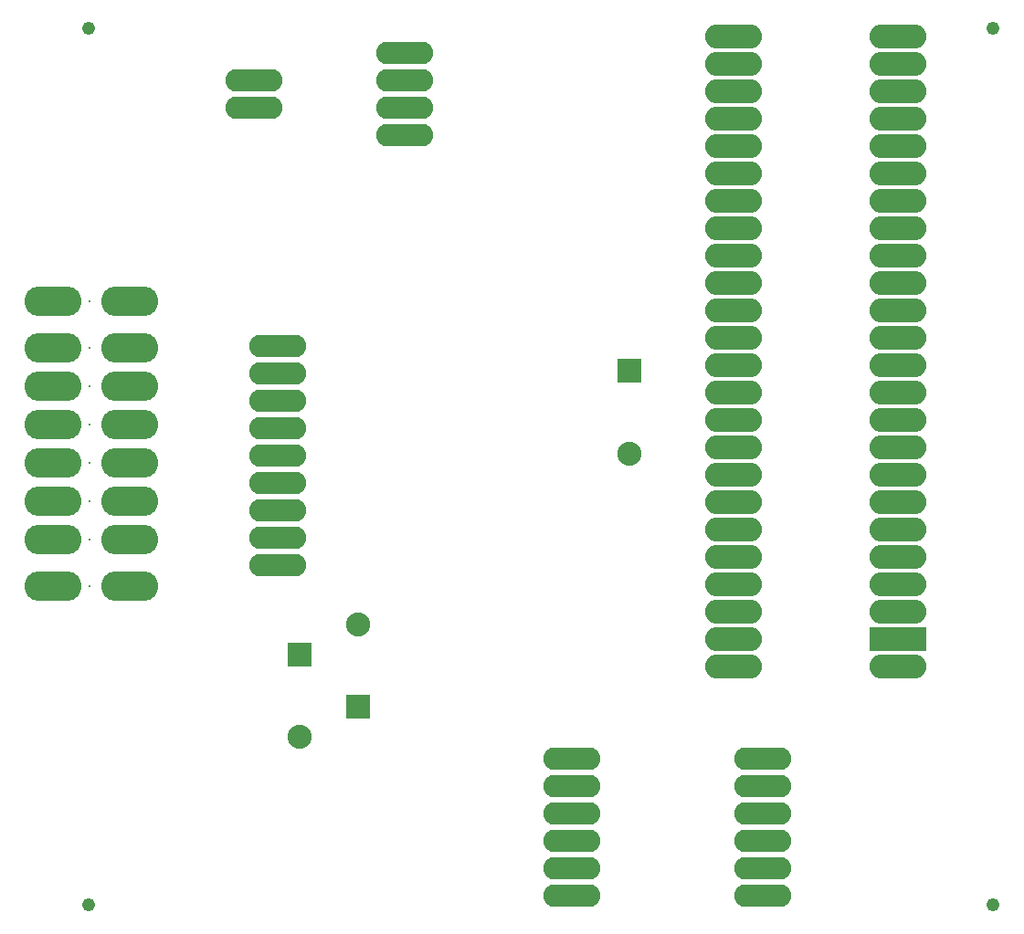
<source format=gbr>
%TF.GenerationSoftware,Altium Limited,Altium Designer,24.4.1 (13)*%
G04 Layer_Color=16711935*
%FSLAX45Y45*%
%MOMM*%
%TF.SameCoordinates,B3E1FF51-322A-4C5C-8053-80DE806A948F*%
%TF.FilePolarity,Negative*%
%TF.FileFunction,Soldermask,Bot*%
%TF.Part,Single*%
G01*
G75*
%TA.AperFunction,ComponentPad*%
%ADD24C,0.20320*%
%TA.AperFunction,ViaPad*%
%ADD26C,1.21920*%
%TA.AperFunction,ComponentPad*%
%ADD29C,2.23520*%
%ADD30R,2.23520X2.23520*%
%ADD31O,5.28320X2.23520*%
%ADD32R,5.28320X2.23520*%
%ADD33O,5.28320X2.10820*%
%ADD34O,5.28320X2.74320*%
%ADD35O,5.28320X2.10820*%
D24*
X3314700Y6261100D02*
D03*
Y6692900D02*
D03*
Y7048500D02*
D03*
Y7404100D02*
D03*
Y7759700D02*
D03*
Y8115300D02*
D03*
Y8470900D02*
D03*
Y8902700D02*
D03*
D26*
X3302000Y11430000D02*
D03*
Y3302000D02*
D03*
X11684000D02*
D03*
Y11430000D02*
D03*
D29*
X8318500Y7490500D02*
D03*
X5257800Y4861601D02*
D03*
X5803900Y5907999D02*
D03*
D30*
X8318500Y8257500D02*
D03*
X5257800Y5628599D02*
D03*
X5803900Y5141001D02*
D03*
D31*
X10807700Y11353800D02*
D03*
Y11099800D02*
D03*
Y10845800D02*
D03*
Y10591800D02*
D03*
Y10337800D02*
D03*
Y10083800D02*
D03*
Y9829800D02*
D03*
Y9575800D02*
D03*
Y9321800D02*
D03*
Y5511800D02*
D03*
X9283700Y6273800D02*
D03*
Y6527800D02*
D03*
Y6781800D02*
D03*
Y7035800D02*
D03*
Y7289800D02*
D03*
Y7543800D02*
D03*
Y7797800D02*
D03*
Y8051800D02*
D03*
Y8305800D02*
D03*
Y8559800D02*
D03*
Y8813800D02*
D03*
Y9067800D02*
D03*
Y6019800D02*
D03*
Y5765800D02*
D03*
Y5511800D02*
D03*
Y9321800D02*
D03*
Y9575800D02*
D03*
Y9829800D02*
D03*
Y10083800D02*
D03*
Y10337800D02*
D03*
Y10591800D02*
D03*
Y10845800D02*
D03*
Y11099800D02*
D03*
Y11353800D02*
D03*
X10807700Y9067800D02*
D03*
Y8813800D02*
D03*
Y8559800D02*
D03*
Y8305800D02*
D03*
Y8051800D02*
D03*
Y7797800D02*
D03*
Y7543800D02*
D03*
Y7289800D02*
D03*
Y7035800D02*
D03*
Y6781800D02*
D03*
Y6527800D02*
D03*
Y6273800D02*
D03*
Y6019800D02*
D03*
D32*
Y5765800D02*
D03*
D33*
X7785100Y4660900D02*
D03*
Y4406900D02*
D03*
Y4152900D02*
D03*
Y3898900D02*
D03*
Y3644900D02*
D03*
Y3390900D02*
D03*
X9550400Y4660900D02*
D03*
Y4406900D02*
D03*
Y4152900D02*
D03*
Y3898900D02*
D03*
Y3644900D02*
D03*
Y3390900D02*
D03*
X5054600Y8483600D02*
D03*
Y8229600D02*
D03*
Y7975600D02*
D03*
Y7721600D02*
D03*
Y7467600D02*
D03*
Y7213600D02*
D03*
Y6959600D02*
D03*
Y6705600D02*
D03*
Y6451600D02*
D03*
D34*
X2971800Y7759700D02*
D03*
Y8115300D02*
D03*
Y8470900D02*
D03*
Y8902700D02*
D03*
X3683000D02*
D03*
Y8470900D02*
D03*
Y8115300D02*
D03*
Y7759700D02*
D03*
X2971800Y6261100D02*
D03*
Y6692900D02*
D03*
X3683000Y7404100D02*
D03*
Y7048500D02*
D03*
Y6692900D02*
D03*
Y6261100D02*
D03*
X2971800Y7404100D02*
D03*
Y7048500D02*
D03*
D35*
X4838700Y10947400D02*
D03*
Y10693400D02*
D03*
X6235700Y10439400D02*
D03*
Y10693400D02*
D03*
Y10947400D02*
D03*
Y11201400D02*
D03*
%TF.MD5,ce7714efa35341bed3003f51ab372eab*%
M02*

</source>
